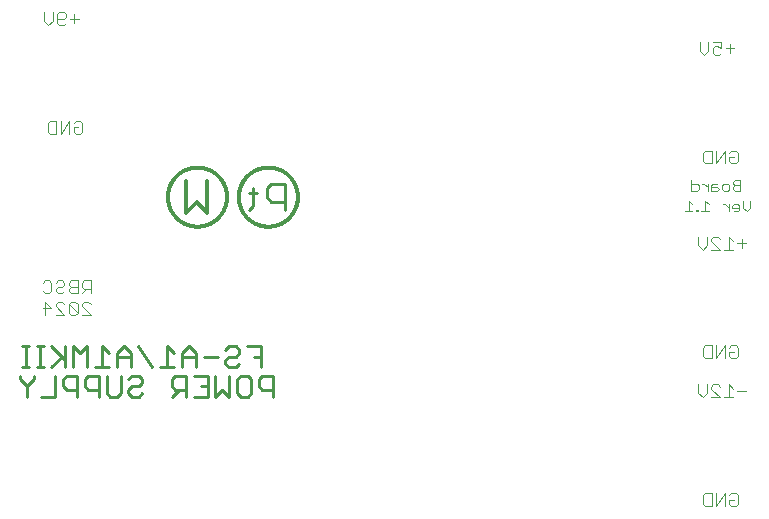
<source format=gbo>
G75*
%MOIN*%
%OFA0B0*%
%FSLAX25Y25*%
%IPPOS*%
%LPD*%
%AMOC8*
5,1,8,0,0,1.08239X$1,22.5*
%
%ADD10C,0.00400*%
%ADD11C,0.01181*%
%ADD12C,0.01200*%
%ADD13C,0.00900*%
%ADD14C,0.01000*%
%ADD15C,0.00300*%
D10*
X0014190Y0068326D02*
X0014190Y0072654D01*
X0016354Y0070490D01*
X0013469Y0070490D01*
X0017819Y0071211D02*
X0017819Y0071933D01*
X0018540Y0072654D01*
X0019983Y0072654D01*
X0020704Y0071933D01*
X0022169Y0071933D02*
X0025054Y0069047D01*
X0024333Y0068326D01*
X0022890Y0068326D01*
X0022169Y0069047D01*
X0022169Y0071933D01*
X0022890Y0072654D01*
X0024333Y0072654D01*
X0025054Y0071933D01*
X0025054Y0069047D01*
X0026519Y0068326D02*
X0029405Y0068326D01*
X0026519Y0071211D01*
X0026519Y0071933D01*
X0027240Y0072654D01*
X0028683Y0072654D01*
X0029405Y0071933D01*
X0029405Y0075413D02*
X0029405Y0079741D01*
X0027240Y0079741D01*
X0026519Y0079019D01*
X0026519Y0077577D01*
X0027240Y0076855D01*
X0029405Y0076855D01*
X0027962Y0076855D02*
X0026519Y0075413D01*
X0025054Y0075413D02*
X0022890Y0075413D01*
X0022169Y0076134D01*
X0022169Y0076855D01*
X0022890Y0077577D01*
X0025054Y0077577D01*
X0022890Y0077577D02*
X0022169Y0078298D01*
X0022169Y0079019D01*
X0022890Y0079741D01*
X0025054Y0079741D01*
X0025054Y0075413D01*
X0020704Y0076134D02*
X0019983Y0075413D01*
X0018540Y0075413D01*
X0017819Y0076134D01*
X0017819Y0076855D01*
X0018540Y0077577D01*
X0019983Y0077577D01*
X0020704Y0078298D01*
X0020704Y0079019D01*
X0019983Y0079741D01*
X0018540Y0079741D01*
X0017819Y0079019D01*
X0016354Y0079019D02*
X0016354Y0076134D01*
X0015633Y0075413D01*
X0014190Y0075413D01*
X0013469Y0076134D01*
X0013469Y0079019D02*
X0014190Y0079741D01*
X0015633Y0079741D01*
X0016354Y0079019D01*
X0017819Y0071211D02*
X0020704Y0068326D01*
X0017819Y0068326D01*
X0018007Y0128562D02*
X0015843Y0128562D01*
X0015121Y0129284D01*
X0015121Y0132169D01*
X0015843Y0132890D01*
X0018007Y0132890D01*
X0018007Y0128562D01*
X0019471Y0128562D02*
X0019471Y0132890D01*
X0022357Y0132890D02*
X0019471Y0128562D01*
X0022357Y0128562D02*
X0022357Y0132890D01*
X0023822Y0132169D02*
X0024543Y0132890D01*
X0025986Y0132890D01*
X0026707Y0132169D01*
X0026707Y0129284D01*
X0025986Y0128562D01*
X0024543Y0128562D01*
X0023822Y0129284D01*
X0023822Y0130726D01*
X0025264Y0130726D01*
X0020396Y0164783D02*
X0018953Y0164783D01*
X0018232Y0165504D01*
X0018232Y0168389D01*
X0018953Y0169111D01*
X0020396Y0169111D01*
X0021117Y0168389D01*
X0021117Y0167668D01*
X0020396Y0166947D01*
X0018232Y0166947D01*
X0016767Y0166225D02*
X0015324Y0164783D01*
X0013882Y0166225D01*
X0013882Y0169111D01*
X0016767Y0169111D02*
X0016767Y0166225D01*
X0020396Y0164783D02*
X0021117Y0165504D01*
X0022582Y0166947D02*
X0025468Y0166947D01*
X0024025Y0168389D02*
X0024025Y0165504D01*
X0232386Y0159268D02*
X0232386Y0156383D01*
X0233828Y0154940D01*
X0235271Y0156383D01*
X0235271Y0159268D01*
X0236736Y0159268D02*
X0239621Y0159268D01*
X0239621Y0157104D01*
X0238179Y0157826D01*
X0237457Y0157826D01*
X0236736Y0157104D01*
X0236736Y0155662D01*
X0237457Y0154940D01*
X0238900Y0154940D01*
X0239621Y0155662D01*
X0241086Y0157104D02*
X0243971Y0157104D01*
X0242529Y0155662D02*
X0242529Y0158547D01*
X0243047Y0123048D02*
X0244490Y0123048D01*
X0245211Y0122326D01*
X0245211Y0119441D01*
X0244490Y0118720D01*
X0243047Y0118720D01*
X0242326Y0119441D01*
X0242326Y0120884D01*
X0243768Y0120884D01*
X0242326Y0122326D02*
X0243047Y0123048D01*
X0240861Y0123048D02*
X0237975Y0118720D01*
X0237975Y0123048D01*
X0236511Y0123048D02*
X0234347Y0123048D01*
X0233625Y0122326D01*
X0233625Y0119441D01*
X0234347Y0118720D01*
X0236511Y0118720D01*
X0236511Y0123048D01*
X0240861Y0123048D02*
X0240861Y0118720D01*
X0242116Y0094308D02*
X0242116Y0089980D01*
X0243558Y0089980D02*
X0240673Y0089980D01*
X0239208Y0089980D02*
X0236323Y0092865D01*
X0236323Y0093586D01*
X0237044Y0094308D01*
X0238487Y0094308D01*
X0239208Y0093586D01*
X0242116Y0094308D02*
X0243558Y0092865D01*
X0245023Y0092144D02*
X0247908Y0092144D01*
X0246466Y0093586D02*
X0246466Y0090701D01*
X0239208Y0089980D02*
X0236323Y0089980D01*
X0234858Y0091422D02*
X0233415Y0089980D01*
X0231973Y0091422D01*
X0231973Y0094308D01*
X0234858Y0094308D02*
X0234858Y0091422D01*
X0234347Y0058087D02*
X0233625Y0057366D01*
X0233625Y0054480D01*
X0234347Y0053759D01*
X0236511Y0053759D01*
X0236511Y0058087D01*
X0234347Y0058087D01*
X0237975Y0058087D02*
X0237975Y0053759D01*
X0240861Y0058087D01*
X0240861Y0053759D01*
X0242326Y0054480D02*
X0242326Y0055923D01*
X0243768Y0055923D01*
X0242326Y0054480D02*
X0243047Y0053759D01*
X0244490Y0053759D01*
X0245211Y0054480D01*
X0245211Y0057366D01*
X0244490Y0058087D01*
X0243047Y0058087D01*
X0242326Y0057366D01*
X0242116Y0045095D02*
X0242116Y0040767D01*
X0243558Y0040767D02*
X0240673Y0040767D01*
X0239208Y0040767D02*
X0236323Y0043652D01*
X0236323Y0044374D01*
X0237044Y0045095D01*
X0238487Y0045095D01*
X0239208Y0044374D01*
X0242116Y0045095D02*
X0243558Y0043652D01*
X0245023Y0042931D02*
X0247908Y0042931D01*
X0239208Y0040767D02*
X0236323Y0040767D01*
X0234858Y0042210D02*
X0233415Y0040767D01*
X0231973Y0042210D01*
X0231973Y0045095D01*
X0234858Y0045095D02*
X0234858Y0042210D01*
X0234347Y0008875D02*
X0233625Y0008153D01*
X0233625Y0005268D01*
X0234347Y0004546D01*
X0236511Y0004546D01*
X0236511Y0008875D01*
X0234347Y0008875D01*
X0237975Y0008875D02*
X0237975Y0004546D01*
X0240861Y0008875D01*
X0240861Y0004546D01*
X0242326Y0005268D02*
X0242326Y0006711D01*
X0243768Y0006711D01*
X0242326Y0008153D02*
X0243047Y0008875D01*
X0244490Y0008875D01*
X0245211Y0008153D01*
X0245211Y0005268D01*
X0244490Y0004546D01*
X0243047Y0004546D01*
X0242326Y0005268D01*
D11*
X0078817Y0107496D02*
X0078820Y0107738D01*
X0078829Y0107979D01*
X0078844Y0108220D01*
X0078864Y0108461D01*
X0078891Y0108701D01*
X0078924Y0108940D01*
X0078962Y0109179D01*
X0079006Y0109416D01*
X0079056Y0109653D01*
X0079112Y0109888D01*
X0079174Y0110121D01*
X0079241Y0110353D01*
X0079314Y0110584D01*
X0079392Y0110812D01*
X0079477Y0111038D01*
X0079566Y0111263D01*
X0079661Y0111485D01*
X0079762Y0111704D01*
X0079868Y0111922D01*
X0079979Y0112136D01*
X0080096Y0112348D01*
X0080217Y0112556D01*
X0080344Y0112762D01*
X0080476Y0112964D01*
X0080613Y0113164D01*
X0080754Y0113359D01*
X0080900Y0113552D01*
X0081051Y0113740D01*
X0081207Y0113925D01*
X0081367Y0114106D01*
X0081531Y0114283D01*
X0081700Y0114456D01*
X0081873Y0114625D01*
X0082050Y0114789D01*
X0082231Y0114949D01*
X0082416Y0115105D01*
X0082604Y0115256D01*
X0082797Y0115402D01*
X0082992Y0115543D01*
X0083192Y0115680D01*
X0083394Y0115812D01*
X0083600Y0115939D01*
X0083808Y0116060D01*
X0084020Y0116177D01*
X0084234Y0116288D01*
X0084452Y0116394D01*
X0084671Y0116495D01*
X0084893Y0116590D01*
X0085118Y0116679D01*
X0085344Y0116764D01*
X0085572Y0116842D01*
X0085803Y0116915D01*
X0086035Y0116982D01*
X0086268Y0117044D01*
X0086503Y0117100D01*
X0086740Y0117150D01*
X0086977Y0117194D01*
X0087216Y0117232D01*
X0087455Y0117265D01*
X0087695Y0117292D01*
X0087936Y0117312D01*
X0088177Y0117327D01*
X0088418Y0117336D01*
X0088660Y0117339D01*
X0088902Y0117336D01*
X0089143Y0117327D01*
X0089384Y0117312D01*
X0089625Y0117292D01*
X0089865Y0117265D01*
X0090104Y0117232D01*
X0090343Y0117194D01*
X0090580Y0117150D01*
X0090817Y0117100D01*
X0091052Y0117044D01*
X0091285Y0116982D01*
X0091517Y0116915D01*
X0091748Y0116842D01*
X0091976Y0116764D01*
X0092202Y0116679D01*
X0092427Y0116590D01*
X0092649Y0116495D01*
X0092868Y0116394D01*
X0093086Y0116288D01*
X0093300Y0116177D01*
X0093512Y0116060D01*
X0093720Y0115939D01*
X0093926Y0115812D01*
X0094128Y0115680D01*
X0094328Y0115543D01*
X0094523Y0115402D01*
X0094716Y0115256D01*
X0094904Y0115105D01*
X0095089Y0114949D01*
X0095270Y0114789D01*
X0095447Y0114625D01*
X0095620Y0114456D01*
X0095789Y0114283D01*
X0095953Y0114106D01*
X0096113Y0113925D01*
X0096269Y0113740D01*
X0096420Y0113552D01*
X0096566Y0113359D01*
X0096707Y0113164D01*
X0096844Y0112964D01*
X0096976Y0112762D01*
X0097103Y0112556D01*
X0097224Y0112348D01*
X0097341Y0112136D01*
X0097452Y0111922D01*
X0097558Y0111704D01*
X0097659Y0111485D01*
X0097754Y0111263D01*
X0097843Y0111038D01*
X0097928Y0110812D01*
X0098006Y0110584D01*
X0098079Y0110353D01*
X0098146Y0110121D01*
X0098208Y0109888D01*
X0098264Y0109653D01*
X0098314Y0109416D01*
X0098358Y0109179D01*
X0098396Y0108940D01*
X0098429Y0108701D01*
X0098456Y0108461D01*
X0098476Y0108220D01*
X0098491Y0107979D01*
X0098500Y0107738D01*
X0098503Y0107496D01*
X0098500Y0107254D01*
X0098491Y0107013D01*
X0098476Y0106772D01*
X0098456Y0106531D01*
X0098429Y0106291D01*
X0098396Y0106052D01*
X0098358Y0105813D01*
X0098314Y0105576D01*
X0098264Y0105339D01*
X0098208Y0105104D01*
X0098146Y0104871D01*
X0098079Y0104639D01*
X0098006Y0104408D01*
X0097928Y0104180D01*
X0097843Y0103954D01*
X0097754Y0103729D01*
X0097659Y0103507D01*
X0097558Y0103288D01*
X0097452Y0103070D01*
X0097341Y0102856D01*
X0097224Y0102644D01*
X0097103Y0102436D01*
X0096976Y0102230D01*
X0096844Y0102028D01*
X0096707Y0101828D01*
X0096566Y0101633D01*
X0096420Y0101440D01*
X0096269Y0101252D01*
X0096113Y0101067D01*
X0095953Y0100886D01*
X0095789Y0100709D01*
X0095620Y0100536D01*
X0095447Y0100367D01*
X0095270Y0100203D01*
X0095089Y0100043D01*
X0094904Y0099887D01*
X0094716Y0099736D01*
X0094523Y0099590D01*
X0094328Y0099449D01*
X0094128Y0099312D01*
X0093926Y0099180D01*
X0093720Y0099053D01*
X0093512Y0098932D01*
X0093300Y0098815D01*
X0093086Y0098704D01*
X0092868Y0098598D01*
X0092649Y0098497D01*
X0092427Y0098402D01*
X0092202Y0098313D01*
X0091976Y0098228D01*
X0091748Y0098150D01*
X0091517Y0098077D01*
X0091285Y0098010D01*
X0091052Y0097948D01*
X0090817Y0097892D01*
X0090580Y0097842D01*
X0090343Y0097798D01*
X0090104Y0097760D01*
X0089865Y0097727D01*
X0089625Y0097700D01*
X0089384Y0097680D01*
X0089143Y0097665D01*
X0088902Y0097656D01*
X0088660Y0097653D01*
X0088418Y0097656D01*
X0088177Y0097665D01*
X0087936Y0097680D01*
X0087695Y0097700D01*
X0087455Y0097727D01*
X0087216Y0097760D01*
X0086977Y0097798D01*
X0086740Y0097842D01*
X0086503Y0097892D01*
X0086268Y0097948D01*
X0086035Y0098010D01*
X0085803Y0098077D01*
X0085572Y0098150D01*
X0085344Y0098228D01*
X0085118Y0098313D01*
X0084893Y0098402D01*
X0084671Y0098497D01*
X0084452Y0098598D01*
X0084234Y0098704D01*
X0084020Y0098815D01*
X0083808Y0098932D01*
X0083600Y0099053D01*
X0083394Y0099180D01*
X0083192Y0099312D01*
X0082992Y0099449D01*
X0082797Y0099590D01*
X0082604Y0099736D01*
X0082416Y0099887D01*
X0082231Y0100043D01*
X0082050Y0100203D01*
X0081873Y0100367D01*
X0081700Y0100536D01*
X0081531Y0100709D01*
X0081367Y0100886D01*
X0081207Y0101067D01*
X0081051Y0101252D01*
X0080900Y0101440D01*
X0080754Y0101633D01*
X0080613Y0101828D01*
X0080476Y0102028D01*
X0080344Y0102230D01*
X0080217Y0102436D01*
X0080096Y0102644D01*
X0079979Y0102856D01*
X0079868Y0103070D01*
X0079762Y0103288D01*
X0079661Y0103507D01*
X0079566Y0103729D01*
X0079477Y0103954D01*
X0079392Y0104180D01*
X0079314Y0104408D01*
X0079241Y0104639D01*
X0079174Y0104871D01*
X0079112Y0105104D01*
X0079056Y0105339D01*
X0079006Y0105576D01*
X0078962Y0105813D01*
X0078924Y0106052D01*
X0078891Y0106291D01*
X0078864Y0106531D01*
X0078844Y0106772D01*
X0078829Y0107013D01*
X0078820Y0107254D01*
X0078817Y0107496D01*
X0055195Y0107496D02*
X0055198Y0107738D01*
X0055207Y0107979D01*
X0055222Y0108220D01*
X0055242Y0108461D01*
X0055269Y0108701D01*
X0055302Y0108940D01*
X0055340Y0109179D01*
X0055384Y0109416D01*
X0055434Y0109653D01*
X0055490Y0109888D01*
X0055552Y0110121D01*
X0055619Y0110353D01*
X0055692Y0110584D01*
X0055770Y0110812D01*
X0055855Y0111038D01*
X0055944Y0111263D01*
X0056039Y0111485D01*
X0056140Y0111704D01*
X0056246Y0111922D01*
X0056357Y0112136D01*
X0056474Y0112348D01*
X0056595Y0112556D01*
X0056722Y0112762D01*
X0056854Y0112964D01*
X0056991Y0113164D01*
X0057132Y0113359D01*
X0057278Y0113552D01*
X0057429Y0113740D01*
X0057585Y0113925D01*
X0057745Y0114106D01*
X0057909Y0114283D01*
X0058078Y0114456D01*
X0058251Y0114625D01*
X0058428Y0114789D01*
X0058609Y0114949D01*
X0058794Y0115105D01*
X0058982Y0115256D01*
X0059175Y0115402D01*
X0059370Y0115543D01*
X0059570Y0115680D01*
X0059772Y0115812D01*
X0059978Y0115939D01*
X0060186Y0116060D01*
X0060398Y0116177D01*
X0060612Y0116288D01*
X0060830Y0116394D01*
X0061049Y0116495D01*
X0061271Y0116590D01*
X0061496Y0116679D01*
X0061722Y0116764D01*
X0061950Y0116842D01*
X0062181Y0116915D01*
X0062413Y0116982D01*
X0062646Y0117044D01*
X0062881Y0117100D01*
X0063118Y0117150D01*
X0063355Y0117194D01*
X0063594Y0117232D01*
X0063833Y0117265D01*
X0064073Y0117292D01*
X0064314Y0117312D01*
X0064555Y0117327D01*
X0064796Y0117336D01*
X0065038Y0117339D01*
X0065280Y0117336D01*
X0065521Y0117327D01*
X0065762Y0117312D01*
X0066003Y0117292D01*
X0066243Y0117265D01*
X0066482Y0117232D01*
X0066721Y0117194D01*
X0066958Y0117150D01*
X0067195Y0117100D01*
X0067430Y0117044D01*
X0067663Y0116982D01*
X0067895Y0116915D01*
X0068126Y0116842D01*
X0068354Y0116764D01*
X0068580Y0116679D01*
X0068805Y0116590D01*
X0069027Y0116495D01*
X0069246Y0116394D01*
X0069464Y0116288D01*
X0069678Y0116177D01*
X0069890Y0116060D01*
X0070098Y0115939D01*
X0070304Y0115812D01*
X0070506Y0115680D01*
X0070706Y0115543D01*
X0070901Y0115402D01*
X0071094Y0115256D01*
X0071282Y0115105D01*
X0071467Y0114949D01*
X0071648Y0114789D01*
X0071825Y0114625D01*
X0071998Y0114456D01*
X0072167Y0114283D01*
X0072331Y0114106D01*
X0072491Y0113925D01*
X0072647Y0113740D01*
X0072798Y0113552D01*
X0072944Y0113359D01*
X0073085Y0113164D01*
X0073222Y0112964D01*
X0073354Y0112762D01*
X0073481Y0112556D01*
X0073602Y0112348D01*
X0073719Y0112136D01*
X0073830Y0111922D01*
X0073936Y0111704D01*
X0074037Y0111485D01*
X0074132Y0111263D01*
X0074221Y0111038D01*
X0074306Y0110812D01*
X0074384Y0110584D01*
X0074457Y0110353D01*
X0074524Y0110121D01*
X0074586Y0109888D01*
X0074642Y0109653D01*
X0074692Y0109416D01*
X0074736Y0109179D01*
X0074774Y0108940D01*
X0074807Y0108701D01*
X0074834Y0108461D01*
X0074854Y0108220D01*
X0074869Y0107979D01*
X0074878Y0107738D01*
X0074881Y0107496D01*
X0074878Y0107254D01*
X0074869Y0107013D01*
X0074854Y0106772D01*
X0074834Y0106531D01*
X0074807Y0106291D01*
X0074774Y0106052D01*
X0074736Y0105813D01*
X0074692Y0105576D01*
X0074642Y0105339D01*
X0074586Y0105104D01*
X0074524Y0104871D01*
X0074457Y0104639D01*
X0074384Y0104408D01*
X0074306Y0104180D01*
X0074221Y0103954D01*
X0074132Y0103729D01*
X0074037Y0103507D01*
X0073936Y0103288D01*
X0073830Y0103070D01*
X0073719Y0102856D01*
X0073602Y0102644D01*
X0073481Y0102436D01*
X0073354Y0102230D01*
X0073222Y0102028D01*
X0073085Y0101828D01*
X0072944Y0101633D01*
X0072798Y0101440D01*
X0072647Y0101252D01*
X0072491Y0101067D01*
X0072331Y0100886D01*
X0072167Y0100709D01*
X0071998Y0100536D01*
X0071825Y0100367D01*
X0071648Y0100203D01*
X0071467Y0100043D01*
X0071282Y0099887D01*
X0071094Y0099736D01*
X0070901Y0099590D01*
X0070706Y0099449D01*
X0070506Y0099312D01*
X0070304Y0099180D01*
X0070098Y0099053D01*
X0069890Y0098932D01*
X0069678Y0098815D01*
X0069464Y0098704D01*
X0069246Y0098598D01*
X0069027Y0098497D01*
X0068805Y0098402D01*
X0068580Y0098313D01*
X0068354Y0098228D01*
X0068126Y0098150D01*
X0067895Y0098077D01*
X0067663Y0098010D01*
X0067430Y0097948D01*
X0067195Y0097892D01*
X0066958Y0097842D01*
X0066721Y0097798D01*
X0066482Y0097760D01*
X0066243Y0097727D01*
X0066003Y0097700D01*
X0065762Y0097680D01*
X0065521Y0097665D01*
X0065280Y0097656D01*
X0065038Y0097653D01*
X0064796Y0097656D01*
X0064555Y0097665D01*
X0064314Y0097680D01*
X0064073Y0097700D01*
X0063833Y0097727D01*
X0063594Y0097760D01*
X0063355Y0097798D01*
X0063118Y0097842D01*
X0062881Y0097892D01*
X0062646Y0097948D01*
X0062413Y0098010D01*
X0062181Y0098077D01*
X0061950Y0098150D01*
X0061722Y0098228D01*
X0061496Y0098313D01*
X0061271Y0098402D01*
X0061049Y0098497D01*
X0060830Y0098598D01*
X0060612Y0098704D01*
X0060398Y0098815D01*
X0060186Y0098932D01*
X0059978Y0099053D01*
X0059772Y0099180D01*
X0059570Y0099312D01*
X0059370Y0099449D01*
X0059175Y0099590D01*
X0058982Y0099736D01*
X0058794Y0099887D01*
X0058609Y0100043D01*
X0058428Y0100203D01*
X0058251Y0100367D01*
X0058078Y0100536D01*
X0057909Y0100709D01*
X0057745Y0100886D01*
X0057585Y0101067D01*
X0057429Y0101252D01*
X0057278Y0101440D01*
X0057132Y0101633D01*
X0056991Y0101828D01*
X0056854Y0102028D01*
X0056722Y0102230D01*
X0056595Y0102436D01*
X0056474Y0102644D01*
X0056357Y0102856D01*
X0056246Y0103070D01*
X0056140Y0103288D01*
X0056039Y0103507D01*
X0055944Y0103729D01*
X0055855Y0103954D01*
X0055770Y0104180D01*
X0055692Y0104408D01*
X0055619Y0104639D01*
X0055552Y0104871D01*
X0055490Y0105104D01*
X0055434Y0105339D01*
X0055384Y0105576D01*
X0055340Y0105813D01*
X0055302Y0106052D01*
X0055269Y0106291D01*
X0055242Y0106531D01*
X0055222Y0106772D01*
X0055207Y0107013D01*
X0055198Y0107254D01*
X0055195Y0107496D01*
D12*
X0061295Y0102191D02*
X0061295Y0112811D01*
X0068375Y0112811D02*
X0068375Y0102191D01*
X0064835Y0105731D01*
X0061295Y0102191D01*
D13*
X0008098Y0044507D02*
X0008098Y0041017D01*
X0008098Y0044507D02*
X0005772Y0046834D01*
X0005772Y0047997D01*
X0006578Y0050859D02*
X0008905Y0050859D01*
X0007741Y0050859D02*
X0007741Y0057839D01*
X0006578Y0057839D02*
X0008905Y0057839D01*
X0011412Y0057839D02*
X0013738Y0057839D01*
X0012575Y0057839D02*
X0012575Y0050859D01*
X0013738Y0050859D02*
X0011412Y0050859D01*
X0010425Y0047997D02*
X0010425Y0046834D01*
X0008098Y0044507D01*
X0013022Y0041017D02*
X0017675Y0041017D01*
X0017675Y0047997D01*
X0020272Y0046834D02*
X0020272Y0044507D01*
X0021436Y0043344D01*
X0024926Y0043344D01*
X0024926Y0041017D02*
X0024926Y0047997D01*
X0021436Y0047997D01*
X0020272Y0046834D01*
X0020989Y0050859D02*
X0020989Y0057839D01*
X0023586Y0057839D02*
X0023586Y0050859D01*
X0020989Y0053186D02*
X0016335Y0057839D01*
X0019825Y0054349D02*
X0016335Y0050859D01*
X0023586Y0057839D02*
X0025912Y0055513D01*
X0028239Y0057839D01*
X0028239Y0050859D01*
X0030836Y0050859D02*
X0035489Y0050859D01*
X0033163Y0050859D02*
X0033163Y0057839D01*
X0035489Y0055513D01*
X0038086Y0055513D02*
X0038086Y0050859D01*
X0038086Y0054349D02*
X0042739Y0054349D01*
X0042739Y0055513D02*
X0042739Y0050859D01*
X0043186Y0047997D02*
X0045513Y0047997D01*
X0046676Y0046834D01*
X0046676Y0045670D01*
X0045513Y0044507D01*
X0043186Y0044507D01*
X0042023Y0043344D01*
X0042023Y0042180D01*
X0043186Y0041017D01*
X0045513Y0041017D01*
X0046676Y0042180D01*
X0042023Y0046834D02*
X0043186Y0047997D01*
X0039426Y0047997D02*
X0039426Y0042180D01*
X0038263Y0041017D01*
X0035936Y0041017D01*
X0034773Y0042180D01*
X0034773Y0047997D01*
X0032176Y0047997D02*
X0028686Y0047997D01*
X0027523Y0046834D01*
X0027523Y0044507D01*
X0028686Y0043344D01*
X0032176Y0043344D01*
X0032176Y0041017D02*
X0032176Y0047997D01*
X0038086Y0055513D02*
X0040413Y0057839D01*
X0042739Y0055513D01*
X0045336Y0057839D02*
X0049990Y0050859D01*
X0052587Y0050859D02*
X0057240Y0050859D01*
X0054913Y0050859D02*
X0054913Y0057839D01*
X0057240Y0055513D01*
X0059837Y0055513D02*
X0059837Y0050859D01*
X0059837Y0054349D02*
X0064490Y0054349D01*
X0064490Y0055513D02*
X0064490Y0050859D01*
X0067087Y0054349D02*
X0071741Y0054349D01*
X0074338Y0053186D02*
X0074338Y0052023D01*
X0075501Y0050859D01*
X0077828Y0050859D01*
X0078991Y0052023D01*
X0077828Y0054349D02*
X0075501Y0054349D01*
X0074338Y0053186D01*
X0074338Y0056676D02*
X0075501Y0057839D01*
X0077828Y0057839D01*
X0078991Y0056676D01*
X0078991Y0055513D01*
X0077828Y0054349D01*
X0081588Y0057839D02*
X0086241Y0057839D01*
X0086241Y0050859D01*
X0086241Y0054349D02*
X0083915Y0054349D01*
X0081765Y0047997D02*
X0079438Y0047997D01*
X0078275Y0046834D01*
X0078275Y0042180D01*
X0079438Y0041017D01*
X0081765Y0041017D01*
X0082928Y0042180D01*
X0082928Y0046834D01*
X0081765Y0047997D01*
X0085525Y0046834D02*
X0085525Y0044507D01*
X0086688Y0043344D01*
X0090178Y0043344D01*
X0090178Y0041017D02*
X0090178Y0047997D01*
X0086688Y0047997D01*
X0085525Y0046834D01*
X0075678Y0047997D02*
X0075678Y0041017D01*
X0073351Y0043344D01*
X0071024Y0041017D01*
X0071024Y0047997D01*
X0068427Y0047997D02*
X0068427Y0041017D01*
X0063774Y0041017D01*
X0061177Y0041017D02*
X0061177Y0047997D01*
X0057687Y0047997D01*
X0056524Y0046834D01*
X0056524Y0044507D01*
X0057687Y0043344D01*
X0061177Y0043344D01*
X0058850Y0043344D02*
X0056524Y0041017D01*
X0063774Y0047997D02*
X0068427Y0047997D01*
X0068427Y0044507D02*
X0066101Y0044507D01*
X0064490Y0055513D02*
X0062164Y0057839D01*
X0059837Y0055513D01*
D14*
X0082052Y0103075D02*
X0083527Y0104550D01*
X0083527Y0110450D01*
X0085002Y0108975D02*
X0082052Y0108975D01*
X0088165Y0110450D02*
X0088165Y0107500D01*
X0089640Y0106025D01*
X0094065Y0106025D01*
X0094065Y0103075D02*
X0094065Y0111925D01*
X0089640Y0111925D01*
X0088165Y0110450D01*
D15*
X0227576Y0102725D02*
X0230002Y0102725D01*
X0231208Y0102725D02*
X0231815Y0102725D01*
X0231815Y0103331D01*
X0231208Y0103331D01*
X0231208Y0102725D01*
X0233013Y0102725D02*
X0235440Y0102725D01*
X0234227Y0102725D02*
X0234227Y0106365D01*
X0235440Y0105152D01*
X0240266Y0105152D02*
X0240873Y0105152D01*
X0242086Y0103938D01*
X0243285Y0103938D02*
X0245711Y0103938D01*
X0245711Y0103331D02*
X0245711Y0104545D01*
X0245105Y0105152D01*
X0243891Y0105152D01*
X0243285Y0104545D01*
X0243285Y0103938D01*
X0243891Y0102725D02*
X0245105Y0102725D01*
X0245711Y0103331D01*
X0246910Y0103938D02*
X0246910Y0106365D01*
X0249336Y0106365D02*
X0249336Y0103938D01*
X0248123Y0102725D01*
X0246910Y0103938D01*
X0242086Y0102725D02*
X0242086Y0105152D01*
X0241758Y0109615D02*
X0240545Y0109615D01*
X0239938Y0110221D01*
X0239938Y0111435D01*
X0240545Y0112041D01*
X0241758Y0112041D01*
X0242365Y0111435D01*
X0242365Y0110221D01*
X0241758Y0109615D01*
X0243563Y0110221D02*
X0244170Y0109615D01*
X0245990Y0109615D01*
X0245990Y0113255D01*
X0244170Y0113255D01*
X0243563Y0112648D01*
X0243563Y0112041D01*
X0244170Y0111435D01*
X0245990Y0111435D01*
X0244170Y0111435D02*
X0243563Y0110828D01*
X0243563Y0110221D01*
X0238740Y0110221D02*
X0238133Y0110828D01*
X0236313Y0110828D01*
X0236313Y0111435D02*
X0236313Y0109615D01*
X0238133Y0109615D01*
X0238740Y0110221D01*
X0238133Y0112041D02*
X0236920Y0112041D01*
X0236313Y0111435D01*
X0235115Y0112041D02*
X0235115Y0109615D01*
X0235115Y0110828D02*
X0233901Y0112041D01*
X0233295Y0112041D01*
X0232094Y0111435D02*
X0231487Y0112041D01*
X0229667Y0112041D01*
X0229667Y0113255D02*
X0229667Y0109615D01*
X0231487Y0109615D01*
X0232094Y0110221D01*
X0232094Y0111435D01*
X0228789Y0106365D02*
X0228789Y0102725D01*
X0230002Y0105152D02*
X0228789Y0106365D01*
M02*

</source>
